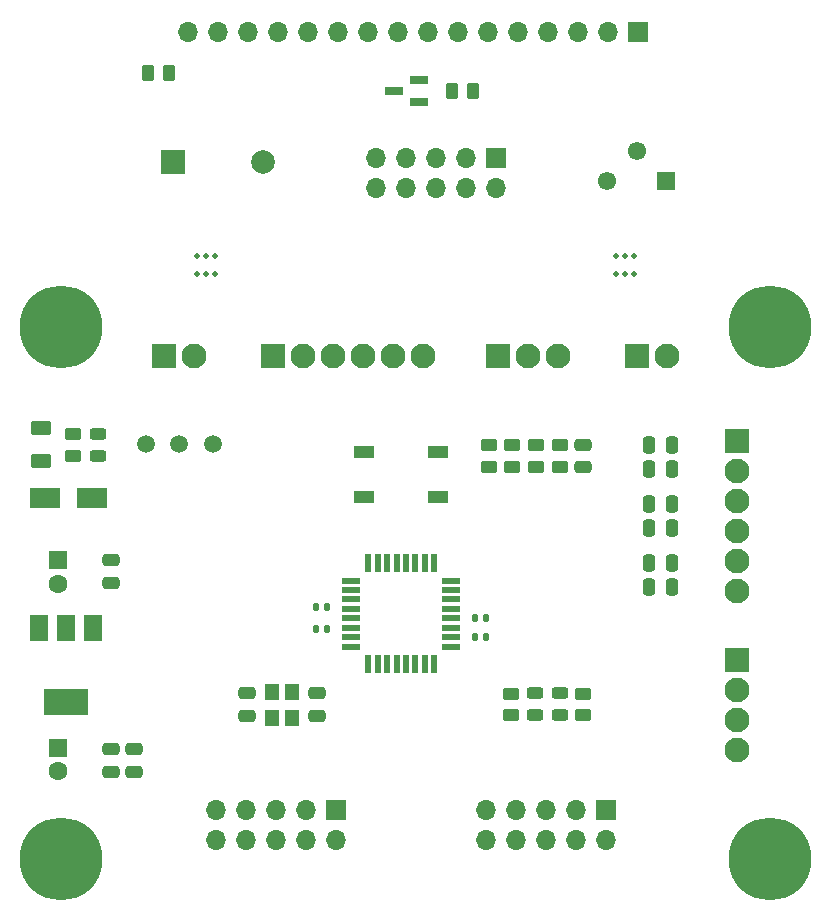
<source format=gbr>
%TF.GenerationSoftware,KiCad,Pcbnew,(6.0.6)*%
%TF.CreationDate,2022-12-21T22:14:54+09:00*%
%TF.ProjectId,SO2-GasSensor_DevelopmentKit_V1.0,534f322d-4761-4735-9365-6e736f725f44,rev?*%
%TF.SameCoordinates,Original*%
%TF.FileFunction,Soldermask,Top*%
%TF.FilePolarity,Negative*%
%FSLAX46Y46*%
G04 Gerber Fmt 4.6, Leading zero omitted, Abs format (unit mm)*
G04 Created by KiCad (PCBNEW (6.0.6)) date 2022-12-21 22:14:54*
%MOMM*%
%LPD*%
G01*
G04 APERTURE LIST*
G04 Aperture macros list*
%AMRoundRect*
0 Rectangle with rounded corners*
0 $1 Rounding radius*
0 $2 $3 $4 $5 $6 $7 $8 $9 X,Y pos of 4 corners*
0 Add a 4 corners polygon primitive as box body*
4,1,4,$2,$3,$4,$5,$6,$7,$8,$9,$2,$3,0*
0 Add four circle primitives for the rounded corners*
1,1,$1+$1,$2,$3*
1,1,$1+$1,$4,$5*
1,1,$1+$1,$6,$7*
1,1,$1+$1,$8,$9*
0 Add four rect primitives between the rounded corners*
20,1,$1+$1,$2,$3,$4,$5,0*
20,1,$1+$1,$4,$5,$6,$7,0*
20,1,$1+$1,$6,$7,$8,$9,0*
20,1,$1+$1,$8,$9,$2,$3,0*%
G04 Aperture macros list end*
%ADD10R,1.500000X2.200000*%
%ADD11R,3.800000X2.200000*%
%ADD12RoundRect,0.140000X-0.140000X-0.170000X0.140000X-0.170000X0.140000X0.170000X-0.140000X0.170000X0*%
%ADD13R,2.100000X2.100000*%
%ADD14C,2.100000*%
%ADD15RoundRect,0.250000X0.450000X-0.262500X0.450000X0.262500X-0.450000X0.262500X-0.450000X-0.262500X0*%
%ADD16RoundRect,0.243750X0.456250X-0.243750X0.456250X0.243750X-0.456250X0.243750X-0.456250X-0.243750X0*%
%ADD17RoundRect,0.250000X-0.475000X0.250000X-0.475000X-0.250000X0.475000X-0.250000X0.475000X0.250000X0*%
%ADD18RoundRect,0.140000X0.140000X0.170000X-0.140000X0.170000X-0.140000X-0.170000X0.140000X-0.170000X0*%
%ADD19RoundRect,0.250000X0.250000X0.475000X-0.250000X0.475000X-0.250000X-0.475000X0.250000X-0.475000X0*%
%ADD20R,1.700000X1.700000*%
%ADD21O,1.700000X1.700000*%
%ADD22C,0.800000*%
%ADD23C,7.000000*%
%ADD24RoundRect,0.250000X-0.450000X0.262500X-0.450000X-0.262500X0.450000X-0.262500X0.450000X0.262500X0*%
%ADD25RoundRect,0.250000X0.262500X0.450000X-0.262500X0.450000X-0.262500X-0.450000X0.262500X-0.450000X0*%
%ADD26RoundRect,0.250000X-0.262500X-0.450000X0.262500X-0.450000X0.262500X0.450000X-0.262500X0.450000X0*%
%ADD27RoundRect,0.070000X0.650000X0.300000X-0.650000X0.300000X-0.650000X-0.300000X0.650000X-0.300000X0*%
%ADD28R,1.200000X1.400000*%
%ADD29R,1.600000X1.600000*%
%ADD30C,1.600000*%
%ADD31C,0.500000*%
%ADD32RoundRect,0.243750X-0.456250X0.243750X-0.456250X-0.243750X0.456250X-0.243750X0.456250X0.243750X0*%
%ADD33C,1.500000*%
%ADD34R,1.600000X0.550000*%
%ADD35R,0.550000X1.600000*%
%ADD36R,1.550000X1.550000*%
%ADD37C,1.550000*%
%ADD38R,2.500000X1.800000*%
%ADD39R,1.700000X1.000000*%
%ADD40RoundRect,0.250000X0.625000X-0.375000X0.625000X0.375000X-0.625000X0.375000X-0.625000X-0.375000X0*%
%ADD41RoundRect,0.250000X0.475000X-0.250000X0.475000X0.250000X-0.475000X0.250000X-0.475000X-0.250000X0*%
%ADD42R,2.000000X2.000000*%
%ADD43C,2.000000*%
G04 APERTURE END LIST*
D10*
%TO.C,U1*%
X33700000Y-147950000D03*
X31400000Y-147950000D03*
X29100000Y-147950000D03*
D11*
X31400000Y-154250000D03*
%TD*%
D12*
%TO.C,C6*%
X66020000Y-147150000D03*
X66980000Y-147150000D03*
%TD*%
D13*
%TO.C,J5*%
X67960000Y-124900000D03*
D14*
X70500000Y-124900000D03*
X73040000Y-124900000D03*
%TD*%
D15*
%TO.C,R6*%
X69100000Y-155362500D03*
X69100000Y-153537500D03*
%TD*%
D16*
%TO.C,D4*%
X71100000Y-155367500D03*
X71100000Y-153492500D03*
%TD*%
D17*
%TO.C,C10*%
X46700000Y-153500000D03*
X46700000Y-155400000D03*
%TD*%
D18*
%TO.C,C8*%
X53500000Y-148050000D03*
X52540000Y-148050000D03*
%TD*%
D19*
%TO.C,C17*%
X82700000Y-137500000D03*
X80800000Y-137500000D03*
%TD*%
D15*
%TO.C,R7*%
X67200000Y-134312500D03*
X67200000Y-132487500D03*
%TD*%
D20*
%TO.C,J1*%
X54300000Y-163400000D03*
D21*
X54300000Y-165940000D03*
X51760000Y-163400000D03*
X51760000Y-165940000D03*
X49220000Y-163400000D03*
X49220000Y-165940000D03*
X46680000Y-163400000D03*
X46680000Y-165940000D03*
X44140000Y-163400000D03*
X44140000Y-165940000D03*
%TD*%
D22*
%TO.C,H4*%
X89143845Y-120643845D03*
D23*
X91000000Y-122500000D03*
D22*
X92856155Y-120643845D03*
X88375000Y-122500000D03*
X93625000Y-122500000D03*
X92856155Y-124356155D03*
X89143845Y-124356155D03*
X91000000Y-125125000D03*
X91000000Y-119875000D03*
%TD*%
D13*
%TO.C,J4*%
X48920000Y-124900000D03*
D14*
X51460000Y-124900000D03*
X54000000Y-124900000D03*
X56540000Y-124900000D03*
X59080000Y-124900000D03*
X61620000Y-124900000D03*
%TD*%
D24*
%TO.C,R1*%
X32000000Y-131537500D03*
X32000000Y-133362500D03*
%TD*%
D25*
%TO.C,R9*%
X40162500Y-101000000D03*
X38337500Y-101000000D03*
%TD*%
D20*
%TO.C,J9*%
X67840000Y-108200000D03*
D21*
X67840000Y-110740000D03*
X65300000Y-108200000D03*
X65300000Y-110740000D03*
X62760000Y-108200000D03*
X62760000Y-110740000D03*
X60220000Y-108200000D03*
X60220000Y-110740000D03*
X57680000Y-108200000D03*
X57680000Y-110740000D03*
%TD*%
D22*
%TO.C,H1*%
X31000000Y-119875000D03*
X33625000Y-122500000D03*
X29143845Y-120643845D03*
X32856155Y-120643845D03*
X32856155Y-124356155D03*
X31000000Y-125125000D03*
D23*
X31000000Y-122500000D03*
D22*
X28375000Y-122500000D03*
X29143845Y-124356155D03*
%TD*%
D26*
%TO.C,R8*%
X64087500Y-102500000D03*
X65912500Y-102500000D03*
%TD*%
D27*
%TO.C,Q1*%
X61300000Y-103450000D03*
X61300000Y-101550000D03*
X59200000Y-102500000D03*
%TD*%
D17*
%TO.C,C2*%
X35200000Y-142250000D03*
X35200000Y-144150000D03*
%TD*%
D28*
%TO.C,Y1*%
X48850000Y-153350000D03*
X48850000Y-155550000D03*
X50550000Y-155550000D03*
X50550000Y-153350000D03*
%TD*%
D17*
%TO.C,C12*%
X75200000Y-132450000D03*
X75200000Y-134350000D03*
%TD*%
D29*
%TO.C,C3*%
X30700000Y-158100000D03*
D30*
X30700000Y-160100000D03*
%TD*%
D12*
%TO.C,C9*%
X66020000Y-148750000D03*
X66980000Y-148750000D03*
%TD*%
D19*
%TO.C,C16*%
X82700000Y-144500000D03*
X80800000Y-144500000D03*
%TD*%
D31*
%TO.C,mouse-bite-2mm-slot*%
X79510000Y-118000000D03*
X78760000Y-118000000D03*
X79510000Y-116500000D03*
X78010000Y-118000000D03*
X78010000Y-116500000D03*
X78760000Y-116500000D03*
%TD*%
D13*
%TO.C,J2*%
X39750000Y-124900000D03*
D14*
X42290000Y-124900000D03*
%TD*%
D18*
%TO.C,C7*%
X53500000Y-146200000D03*
X52540000Y-146200000D03*
%TD*%
D32*
%TO.C,D2*%
X34100000Y-131532500D03*
X34100000Y-133407500D03*
%TD*%
D33*
%TO.C,TP3*%
X41000000Y-132400000D03*
%TD*%
D20*
%TO.C,J6*%
X77150000Y-163410000D03*
D21*
X77150000Y-165950000D03*
X74610000Y-163410000D03*
X74610000Y-165950000D03*
X72070000Y-163410000D03*
X72070000Y-165950000D03*
X69530000Y-163410000D03*
X69530000Y-165950000D03*
X66990000Y-163410000D03*
X66990000Y-165950000D03*
%TD*%
D17*
%TO.C,C4*%
X35200000Y-158250000D03*
X35200000Y-160150000D03*
%TD*%
D15*
%TO.C,R3*%
X73200000Y-134312500D03*
X73200000Y-132487500D03*
%TD*%
D31*
%TO.C,mouse-bite-2mm-slot*%
X42510000Y-118000000D03*
X43260000Y-116500000D03*
X43260000Y-118000000D03*
X44010000Y-118000000D03*
X44010000Y-116500000D03*
X42510000Y-116500000D03*
%TD*%
D15*
%TO.C,R2*%
X75200000Y-155362500D03*
X75200000Y-153537500D03*
%TD*%
D13*
%TO.C,J7*%
X88250000Y-132150000D03*
D14*
X88250000Y-134690000D03*
X88250000Y-137230000D03*
X88250000Y-139770000D03*
X88250000Y-142310000D03*
X88250000Y-144850000D03*
%TD*%
D34*
%TO.C,U2*%
X55550000Y-143950000D03*
X55550000Y-144750000D03*
X55550000Y-145550000D03*
X55550000Y-146350000D03*
X55550000Y-147150000D03*
X55550000Y-147950000D03*
X55550000Y-148750000D03*
X55550000Y-149550000D03*
D35*
X57000000Y-151000000D03*
X57800000Y-151000000D03*
X58600000Y-151000000D03*
X59400000Y-151000000D03*
X60200000Y-151000000D03*
X61000000Y-151000000D03*
X61800000Y-151000000D03*
X62600000Y-151000000D03*
D34*
X64050000Y-149550000D03*
X64050000Y-148750000D03*
X64050000Y-147950000D03*
X64050000Y-147150000D03*
X64050000Y-146350000D03*
X64050000Y-145550000D03*
X64050000Y-144750000D03*
X64050000Y-143950000D03*
D35*
X62600000Y-142500000D03*
X61800000Y-142500000D03*
X61000000Y-142500000D03*
X60200000Y-142500000D03*
X59400000Y-142500000D03*
X58600000Y-142500000D03*
X57800000Y-142500000D03*
X57000000Y-142500000D03*
%TD*%
D36*
%TO.C,RV1*%
X82250000Y-110090000D03*
D37*
X79750000Y-107590000D03*
X77250000Y-110090000D03*
%TD*%
D38*
%TO.C,D1*%
X33600000Y-136950000D03*
X29600000Y-136950000D03*
%TD*%
D19*
%TO.C,C14*%
X82700000Y-139500000D03*
X80800000Y-139500000D03*
%TD*%
D33*
%TO.C,TP1*%
X43900000Y-132400000D03*
%TD*%
D19*
%TO.C,C15*%
X82700000Y-134500000D03*
X80800000Y-134500000D03*
%TD*%
D13*
%TO.C,J8*%
X88250000Y-150685000D03*
D14*
X88250000Y-153225000D03*
X88250000Y-155765000D03*
X88250000Y-158305000D03*
%TD*%
D39*
%TO.C,S1*%
X56650000Y-133100000D03*
X62950000Y-133100000D03*
X56650000Y-136900000D03*
X62950000Y-136900000D03*
%TD*%
D20*
%TO.C,J10*%
X79810000Y-97500000D03*
D21*
X77270000Y-97500000D03*
X74730000Y-97500000D03*
X72190000Y-97500000D03*
X69650000Y-97500000D03*
X67110000Y-97500000D03*
X64570000Y-97500000D03*
X62030000Y-97500000D03*
X59490000Y-97500000D03*
X56950000Y-97500000D03*
X54410000Y-97500000D03*
X51870000Y-97500000D03*
X49330000Y-97500000D03*
X46790000Y-97500000D03*
X44250000Y-97500000D03*
X41710000Y-97500000D03*
%TD*%
D40*
%TO.C,F1*%
X29300000Y-133850000D03*
X29300000Y-131050000D03*
%TD*%
D41*
%TO.C,C11*%
X52700000Y-155400000D03*
X52700000Y-153500000D03*
%TD*%
D29*
%TO.C,C1*%
X30700000Y-142200000D03*
D30*
X30700000Y-144200000D03*
%TD*%
D42*
%TO.C,BZ1*%
X40450000Y-108500000D03*
D43*
X48050000Y-108500000D03*
%TD*%
D16*
%TO.C,D3*%
X73200000Y-155367500D03*
X73200000Y-153492500D03*
%TD*%
D22*
%TO.C,H2*%
X29143845Y-169356155D03*
X31000000Y-164875000D03*
X28375000Y-167500000D03*
X31000000Y-170125000D03*
X29143845Y-165643845D03*
X32856155Y-165643845D03*
X32856155Y-169356155D03*
X33625000Y-167500000D03*
D23*
X31000000Y-167500000D03*
%TD*%
D17*
%TO.C,C5*%
X37200000Y-158250000D03*
X37200000Y-160150000D03*
%TD*%
D24*
%TO.C,R4*%
X71200000Y-132487500D03*
X71200000Y-134312500D03*
%TD*%
D33*
%TO.C,TP2*%
X38150000Y-132400000D03*
%TD*%
D15*
%TO.C,R5*%
X69200000Y-134312500D03*
X69200000Y-132487500D03*
%TD*%
D23*
%TO.C,H3*%
X91000000Y-167500000D03*
D22*
X88375000Y-167500000D03*
X92856155Y-169356155D03*
X89143845Y-165643845D03*
X92856155Y-165643845D03*
X91000000Y-164875000D03*
X89143845Y-169356155D03*
X93625000Y-167500000D03*
X91000000Y-170125000D03*
%TD*%
D19*
%TO.C,C13*%
X82700000Y-142500000D03*
X80800000Y-142500000D03*
%TD*%
%TO.C,C18*%
X82700000Y-132500000D03*
X80800000Y-132500000D03*
%TD*%
D13*
%TO.C,J3*%
X79730000Y-124900000D03*
D14*
X82270000Y-124900000D03*
%TD*%
M02*

</source>
